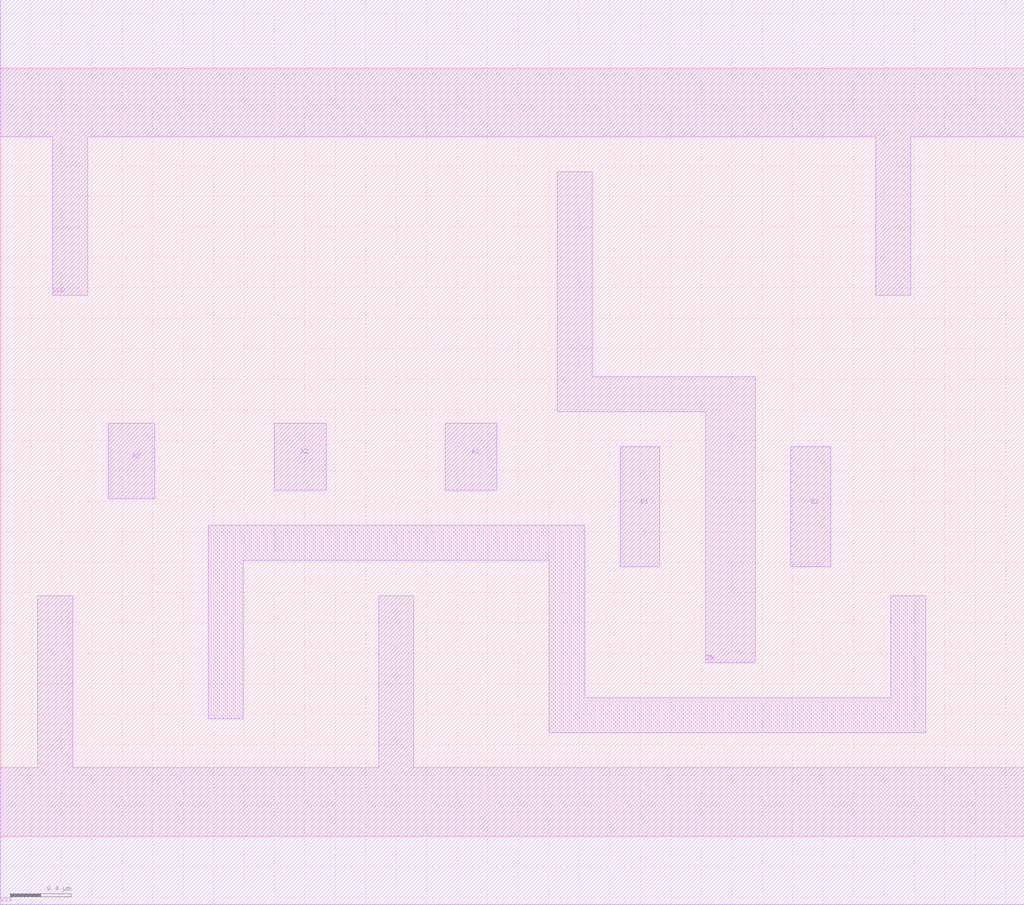
<source format=lef>
# Copyright 2022 GlobalFoundries PDK Authors
#
# Licensed under the Apache License, Version 2.0 (the "License");
# you may not use this file except in compliance with the License.
# You may obtain a copy of the License at
#
#      http://www.apache.org/licenses/LICENSE-2.0
#
# Unless required by applicable law or agreed to in writing, software
# distributed under the License is distributed on an "AS IS" BASIS,
# WITHOUT WARRANTIES OR CONDITIONS OF ANY KIND, either express or implied.
# See the License for the specific language governing permissions and
# limitations under the License.

MACRO gf180mcu_fd_sc_mcu9t5v0__oai32_1
  CLASS core ;
  FOREIGN gf180mcu_fd_sc_mcu9t5v0__oai32_1 0.0 0.0 ;
  ORIGIN 0 0 ;
  SYMMETRY X Y ;
  SITE GF018hv5v_green_sc9 ;
  SIZE 6.72 BY 5.04 ;
  PIN A1
    DIRECTION INPUT ;
    ANTENNAGATEAREA 1.707 ;
    PORT
      LAYER METAL1 ;
        POLYGON 2.92 2.27 3.26 2.27 3.26 2.71 2.92 2.71  ;
    END
  END A1
  PIN A2
    DIRECTION INPUT ;
    ANTENNAGATEAREA 1.707 ;
    PORT
      LAYER METAL1 ;
        POLYGON 1.8 2.27 2.14 2.27 2.14 2.71 1.8 2.71  ;
    END
  END A2
  PIN A3
    DIRECTION INPUT ;
    ANTENNAGATEAREA 1.707 ;
    PORT
      LAYER METAL1 ;
        POLYGON 0.71 2.215 1.015 2.215 1.015 2.71 0.71 2.71  ;
    END
  END A3
  PIN B1
    DIRECTION INPUT ;
    ANTENNAGATEAREA 1.707 ;
    PORT
      LAYER METAL1 ;
        POLYGON 4.07 1.77 4.33 1.77 4.33 2.555 4.07 2.555  ;
    END
  END B1
  PIN B2
    DIRECTION INPUT ;
    ANTENNAGATEAREA 1.707 ;
    PORT
      LAYER METAL1 ;
        POLYGON 5.19 1.77 5.45 1.77 5.45 2.555 5.19 2.555  ;
    END
  END B2
  PIN ZN
    DIRECTION OUTPUT ;
    ANTENNADIFFAREA 1.821 ;
    PORT
      LAYER METAL1 ;
        POLYGON 3.655 2.785 4.63 2.785 4.63 1.14 4.955 1.14 4.955 3.015 3.885 3.015 3.885 4.36 3.655 4.36  ;
    END
  END ZN
  PIN VDD
    DIRECTION INOUT ;
    USE power ;
    SHAPE ABUTMENT ;
    PORT
      LAYER METAL1 ;
        POLYGON 0 4.59 0.345 4.59 0.345 3.55 0.575 3.55 0.575 4.59 5.745 4.59 5.745 3.55 5.975 3.55 5.975 4.59 6.075 4.59 6.72 4.59 6.72 5.49 6.075 5.49 0 5.49  ;
    END
  END VDD
  PIN VSS
    DIRECTION INOUT ;
    USE ground ;
    SHAPE ABUTMENT ;
    PORT
      LAYER METAL1 ;
        POLYGON 0 -0.45 6.72 -0.45 6.72 0.45 2.715 0.45 2.715 1.58 2.485 1.58 2.485 0.45 0.475 0.45 0.475 1.58 0.245 1.58 0.245 0.45 0 0.45  ;
    END
  END VSS
  OBS
      LAYER METAL1 ;
        POLYGON 1.365 0.77 1.595 0.77 1.595 1.81 3.605 1.81 3.605 0.68 6.075 0.68 6.075 1.58 5.845 1.58 5.845 0.91 3.835 0.91 3.835 2.04 1.365 2.04  ;
  END
END gf180mcu_fd_sc_mcu9t5v0__oai32_1

</source>
